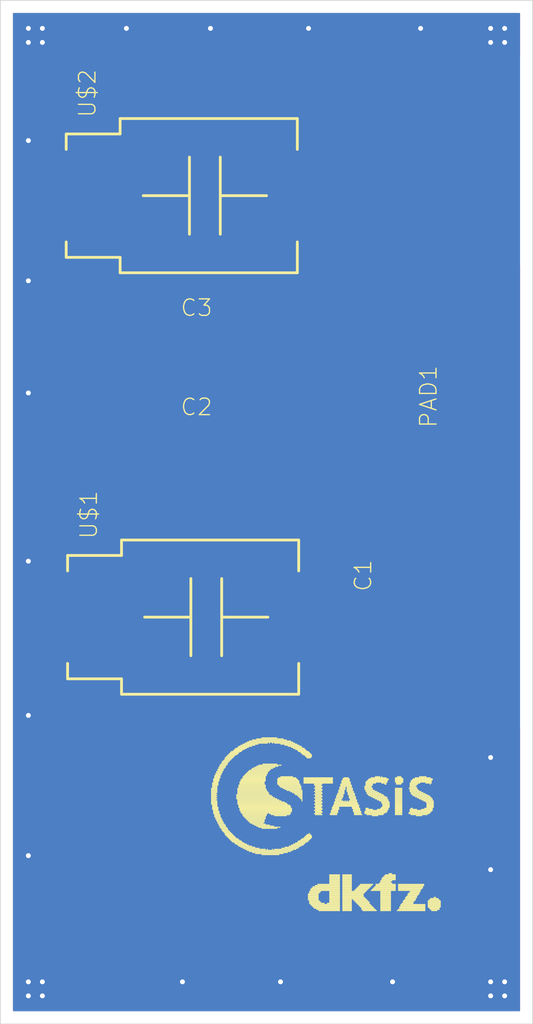
<source format=kicad_pcb>
(kicad_pcb (version 20240108) (generator "pcbnew") (generator_version "8.0")
  (layers (0 "F.Cu" signal) (31 "B.Cu" signal) (34 "B.Paste" user) (35 "F.Paste" user) (36 "B.SilkS" user "B.Silkscreen") (37 "F.SilkS" user "F.Silkscreen") (38 "B.Mask" user) (39 "F.Mask" user) (44 "Edge.Cuts" user))
  (net 0 "")
  (net 1 "N$2")
  (net 2 "GND")
  (net 3 "N$1")
  (net 4 "N$3")
  (footprint "Matching Network:AJ25HV" (layer "F.Cu") (at 144.1011 82.4336 90)
    (property "Reference" "U$2" (at 5.5 -7.7 90) (layer "F.SilkS") (effects (font (size 1.176528 1.176528) (thickness 0.093472)) (justify left bottom)))
    (property "Value" "AJ25HV")
    (pad "P$1" smd rect (at 0 -7.15 90) (size 6.5 5.7) (layers "F.Cu" "F.Paste" "F.Mask") (net 2 "GND"))
    (pad "P$2" smd rect (at 0 7.15 90) (size 6.5 5.7) (layers "F.Cu" "F.Paste" "F.Mask") (net 1 "N$2"))
  )
  (footprint "Matching Network:SMD2,54-5,08_412" (layer "F.Cu") (at 162.2511 96.5636)
    (property "Reference" "PAD1" (at -1.5 2.5 90) (layer "F.SilkS") (effects (font (size 1.176528 1.176528) (thickness 0.093472)) (justify left bottom)))
    (property "Value" "")
    (pad "1" smd rect (at 0 0) (size 2.54 5.08) (layers "F.Cu" "F.Paste" "F.Mask") (net 1 "N$2"))
  )
  (footprint "Matching Network:COAX.141" (layer "F.Cu") (at 137.5811 127.3936 -90)
    (property "Reference" "U$3" (hide yes))
    (property "Value" "COAX_CON_DIRECT" (hide yes))
    (pad "P$1" smd rect (at -3.363718 0 270) (size 4 2) (layers "F.Cu" "F.Paste" "F.Mask") (net 4 "N$3"))
    (pad "P$2" smd rect (at 6.545578 0 270) (size 10 5.588) (layers "F.Cu" "F.Paste" "F.Mask") (net 2 "GND"))
  )
  (footprint "Matching Network:LOGO_DKFZ" (layer "F.Cu") (at 151.5011 133.5036)
    (property "Reference" "U$5" (hide yes))
    (property "Value" "" (hide yes))
  )
  (footprint "Matching Network:LOGO_STASIS" (layer "F.Cu") (at 153.5011 125.5036)
    (property "Reference" "U$4" (hide yes))
    (property "Value" "" (hide yes))
  )
  (footprint "Matching Network:C1210_334" (layer "F.Cu") (at 144.2011 93.0236)
    (property "Reference" "C3" (at -1.905 -1.905 0) (layer "F.SilkS") (effects (font (size 1.176528 1.176528) (thickness 0.093472)) (justify left bottom)))
    (property "Value" "47pF")
    (pad "1" smd rect (at -1.4 0) (size 1.6 2.7) (layers "F.Cu" "F.Paste" "F.Mask") (net 2 "GND"))
    (pad "2" smd rect (at 1.4 0) (size 1.6 2.7) (layers "F.Cu" "F.Paste" "F.Mask") (net 1 "N$2"))
  )
  (footprint "Matching Network:C1210_334" (layer "F.Cu") (at 157.9911 108.8336 90)
    (property "Reference" "C1" (at -1.905 -1.905 90) (layer "F.SilkS") (effects (font (size 1.176528 1.176528) (thickness 0.093472)) (justify left bottom)))
    (property "Value" "18pF")
    (pad "1" smd rect (at -1.4 0 90) (size 1.6 2.7) (layers "F.Cu" "F.Paste" "F.Mask") (net 3 "N$1"))
    (pad "2" smd rect (at 1.4 0 90) (size 1.6 2.7) (layers "F.Cu" "F.Paste" "F.Mask") (net 1 "N$2"))
  )
  (footprint "Matching Network:AJ25HV" (layer "F.Cu") (at 144.2011 112.4936 90)
    (property "Reference" "U$1" (at 5.5 -7.7 90) (layer "F.SilkS") (effects (font (size 1.176528 1.176528) (thickness 0.093472)) (justify left bottom)))
    (property "Value" "AJ25HV")
    (pad "P$1" smd rect (at 0 -7.15 90) (size 6.5 5.7) (layers "F.Cu" "F.Paste" "F.Mask") (net 4 "N$3"))
    (pad "P$2" smd rect (at 0 7.15 90) (size 6.5 5.7) (layers "F.Cu" "F.Paste" "F.Mask") (net 3 "N$1"))
  )
  (footprint "Matching Network:C1210_334" (layer "F.Cu") (at 144.2011 100.1036)
    (property "Reference" "C2" (at -1.905 -1.905 0) (layer "F.SilkS") (effects (font (size 1.176528 1.176528) (thickness 0.093472)) (justify left bottom)))
    (property "Value" "18pF")
    (pad "1" smd rect (at -1.4 0) (size 1.6 2.7) (layers "F.Cu" "F.Paste" "F.Mask") (net 2 "GND"))
    (pad "2" smd rect (at 1.4 0) (size 1.6 2.7) (layers "F.Cu" "F.Paste" "F.Mask") (net 1 "N$2"))
  )
  (gr_line (start 129.5011 68.5036) (end 129.5011 141.5036) (stroke (width 0.05)) (layer "Edge.Cuts"))
  (gr_line (start 167.5011 68.5036) (end 129.5011 68.5036) (stroke (width 0.05)) (layer "Edge.Cuts"))
  (gr_line (start 167.5011 141.5036) (end 167.5011 68.5036) (stroke (width 0.05)) (layer "Edge.Cuts"))
  (gr_line (start 129.5011 141.5036) (end 167.5011 141.5036) (stroke (width 0.05)) (layer "Edge.Cuts"))
  (via (at 164.5011 71.5036) (size 0.7564) (drill 0.35) (layers "F.Cu" "B.Cu") (net 2))
  (via (at 131.5011 139.5036) (size 0.7564) (drill 0.35) (layers "F.Cu" "B.Cu") (net 2))
  (via (at 165.5011 70.5036) (size 0.7564) (drill 0.35) (layers "F.Cu" "B.Cu") (net 2))
  (via (at 132.5011 138.5036) (size 0.7564) (drill 0.35) (layers "F.Cu" "B.Cu") (net 2))
  (via (at 165.5011 139.5036) (size 0.7564) (drill 0.35) (layers "F.Cu" "B.Cu") (net 2))
  (via (at 149.5011 138.5036) (size 0.7564) (drill 0.35) (layers "F.Cu" "B.Cu") (net 2))
  (via (at 151.5011 70.5036) (size 0.7564) (drill 0.35) (layers "F.Cu" "B.Cu") (net 2))
  (via (at 131.5011 78.5036) (size 0.7564) (drill 0.35) (layers "F.Cu" "B.Cu") (net 2))
  (via (at 164.5011 139.5036) (size 0.7564) (drill 0.35) (layers "F.Cu" "B.Cu") (net 2))
  (via (at 131.5011 88.5036) (size 0.7564) (drill 0.35) (layers "F.Cu" "B.Cu") (net 2))
  (via (at 131.5011 119.5036) (size 0.7564) (drill 0.35) (layers "F.Cu" "B.Cu") (net 2))
  (via (at 132.5011 70.5036) (size 0.7564) (drill 0.35) (layers "F.Cu" "B.Cu") (net 2))
  (via (at 131.5011 71.5036) (size 0.7564) (drill 0.35) (layers "F.Cu" "B.Cu") (net 2))
  (via (at 164.5011 70.5036) (size 0.7564) (drill 0.35) (layers "F.Cu" "B.Cu") (net 2))
  (via (at 131.5011 138.5036) (size 0.7564) (drill 0.35) (layers "F.Cu" "B.Cu") (net 2))
  (via (at 144.5011 70.5036) (size 0.7564) (drill 0.35) (layers "F.Cu" "B.Cu") (net 2))
  (via (at 131.5011 129.5036) (size 0.7564) (drill 0.35) (layers "F.Cu" "B.Cu") (net 2))
  (via (at 142.5011 138.5036) (size 0.7564) (drill 0.35) (layers "F.Cu" "B.Cu") (net 2))
  (via (at 157.5011 138.5036) (size 0.7564) (drill 0.35) (layers "F.Cu" "B.Cu") (net 2))
  (via (at 164.5011 122.5036) (size 0.7564) (drill 0.35) (layers "F.Cu" "B.Cu") (net 2))
  (via (at 165.5011 71.5036) (size 0.7564) (drill 0.35) (layers "F.Cu" "B.Cu") (net 2))
  (via (at 131.5011 70.5036) (size 0.7564) (drill 0.35) (layers "F.Cu" "B.Cu") (net 2))
  (via (at 165.5011 138.5036) (size 0.7564) (drill 0.35) (layers "F.Cu" "B.Cu") (net 2))
  (via (at 131.5011 96.5036) (size 0.7564) (drill 0.35) (layers "F.Cu" "B.Cu") (net 2))
  (via (at 131.5011 108.5036) (size 0.7564) (drill 0.35) (layers "F.Cu" "B.Cu") (net 2))
  (via (at 164.5011 138.5036) (size 0.7564) (drill 0.35) (layers "F.Cu" "B.Cu") (net 2))
  (via (at 132.5011 71.5036) (size 0.7564) (drill 0.35) (layers "F.Cu" "B.Cu") (net 2))
  (via (at 132.5011 139.5036) (size 0.7564) (drill 0.35) (layers "F.Cu" "B.Cu") (net 2))
  (via (at 164.5011 130.5036) (size 0.7564) (drill 0.35) (layers "F.Cu" "B.Cu") (net 2))
  (via (at 159.5011 70.5036) (size 0.7564) (drill 0.35) (layers "F.Cu" "B.Cu") (net 2))
  (via (at 138.5011 70.5036) (size 0.7564) (drill 0.35) (layers "F.Cu" "B.Cu") (net 2))
  (segment (start 151.3511 112.4936) (end 156.2711 112.4936) (width 1.27) (layer "F.Cu") (net 3))
  (segment (start 156.2711 112.4936) (end 157.9911 110.2336) (width 1.27) (layer "F.Cu") (net 3))
  (segment (start 137.5811 124.029882) (end 137.5811 112.5836) (width 2.54) (layer "F.Cu") (net 4))
  (segment (start 137.5811 112.5836) (end 136.5011 111.5036) (width 2.54) (layer "F.Cu") (net 4))
  (zone (net 1) (net_name "N$2") (layer "F.Cu") (priority 6) (connect_pads (clearance 0.000001)) (min_thickness 0.1) (fill yes (thermal_gap 0.25) (thermal_bridge_width 0.25))
    (polygon (pts (xy 166.6011 87.462179) (xy 166.6011 105.545021) (xy 163.542521 108.6036) (xy 156.459679 108.6036) (xy 151.459678 103.6036) (xy 147.459679 103.6036) (xy 145.4011 101.545021) (xy 145.4011 90.462179) (xy 147.4011 88.462179) (xy 147.4011 79.462179) (xy 149.459679 77.4036) (xy 156.542521 77.4036)))
  )
  (zone (net 2) (net_name "GND") (layer "F.Cu") (priority 6) (connect_pads (clearance 0.000001)) (min_thickness 0.1) (fill yes (thermal_gap 0.25) (thermal_bridge_width 0.25))
    (polygon (pts (xy 166.6011 72.6036) (xy 141.542522 72.6036) (xy 139.6011 74.545022) (xy 139.6011 86.462179) (xy 142.6011 89.462179) (xy 142.6011 102.6036) (xy 136.542522 102.6036) (xy 132.6011 106.545022) (xy 132.6011 129.4036) (xy 147.459678 129.4036) (xy 156.459679 120.4036) (xy 166.6011 120.4036) (xy 166.6011 140.6036) (xy 130.4011 140.6036) (xy 130.4011 69.4036) (xy 166.6011 69.4036)))
  )
  (zone (net 2) (net_name "GND") (layer "B.Cu") (priority 6) (connect_pads (clearance 0.000001)) (min_thickness 0.1) (fill yes (thermal_gap 0.25) (thermal_bridge_width 0.25))
    (polygon (pts (xy 166.6011 140.6036) (xy 130.4011 140.6036) (xy 130.4011 69.4036) (xy 166.6011 69.4036)))
  )
)
</source>
